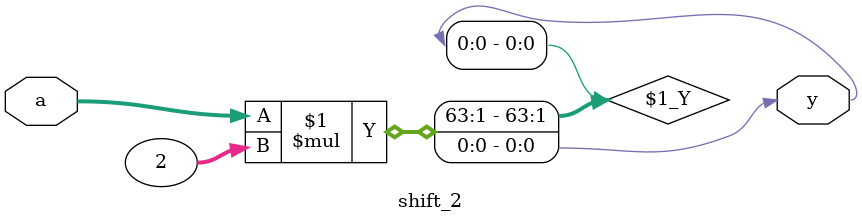
<source format=sv>
module shift_2 #(parameter int N = 64)(
	input logic [N-1:0]a,
	output logic y
);
	assign y = a*2;
endmodule
</source>
